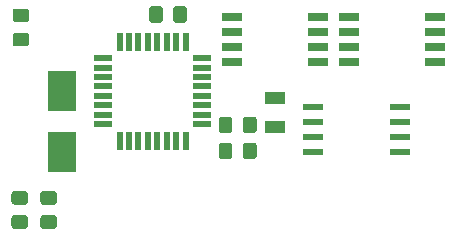
<source format=gbr>
G04 #@! TF.GenerationSoftware,KiCad,Pcbnew,(5.1.5)-3*
G04 #@! TF.CreationDate,2020-08-03T01:27:48-04:00*
G04 #@! TF.ProjectId,Arduino Clone,41726475-696e-46f2-9043-6c6f6e652e6b,rev?*
G04 #@! TF.SameCoordinates,Original*
G04 #@! TF.FileFunction,Paste,Top*
G04 #@! TF.FilePolarity,Positive*
%FSLAX46Y46*%
G04 Gerber Fmt 4.6, Leading zero omitted, Abs format (unit mm)*
G04 Created by KiCad (PCBNEW (5.1.5)-3) date 2020-08-03 01:27:48*
%MOMM*%
%LPD*%
G04 APERTURE LIST*
%ADD10C,0.100000*%
%ADD11R,1.750000X0.550000*%
%ADD12R,1.700000X0.650000*%
%ADD13R,0.550000X1.500000*%
%ADD14R,1.500000X0.550000*%
%ADD15R,1.800000X1.000000*%
%ADD16R,2.400000X3.500000*%
G04 APERTURE END LIST*
D10*
G36*
X143374505Y-125951204D02*
G01*
X143398773Y-125954804D01*
X143422572Y-125960765D01*
X143445671Y-125969030D01*
X143467850Y-125979520D01*
X143488893Y-125992132D01*
X143508599Y-126006747D01*
X143526777Y-126023223D01*
X143543253Y-126041401D01*
X143557868Y-126061107D01*
X143570480Y-126082150D01*
X143580970Y-126104329D01*
X143589235Y-126127428D01*
X143595196Y-126151227D01*
X143598796Y-126175495D01*
X143600000Y-126199999D01*
X143600000Y-126850001D01*
X143598796Y-126874505D01*
X143595196Y-126898773D01*
X143589235Y-126922572D01*
X143580970Y-126945671D01*
X143570480Y-126967850D01*
X143557868Y-126988893D01*
X143543253Y-127008599D01*
X143526777Y-127026777D01*
X143508599Y-127043253D01*
X143488893Y-127057868D01*
X143467850Y-127070480D01*
X143445671Y-127080970D01*
X143422572Y-127089235D01*
X143398773Y-127095196D01*
X143374505Y-127098796D01*
X143350001Y-127100000D01*
X142449999Y-127100000D01*
X142425495Y-127098796D01*
X142401227Y-127095196D01*
X142377428Y-127089235D01*
X142354329Y-127080970D01*
X142332150Y-127070480D01*
X142311107Y-127057868D01*
X142291401Y-127043253D01*
X142273223Y-127026777D01*
X142256747Y-127008599D01*
X142242132Y-126988893D01*
X142229520Y-126967850D01*
X142219030Y-126945671D01*
X142210765Y-126922572D01*
X142204804Y-126898773D01*
X142201204Y-126874505D01*
X142200000Y-126850001D01*
X142200000Y-126199999D01*
X142201204Y-126175495D01*
X142204804Y-126151227D01*
X142210765Y-126127428D01*
X142219030Y-126104329D01*
X142229520Y-126082150D01*
X142242132Y-126061107D01*
X142256747Y-126041401D01*
X142273223Y-126023223D01*
X142291401Y-126006747D01*
X142311107Y-125992132D01*
X142332150Y-125979520D01*
X142354329Y-125969030D01*
X142377428Y-125960765D01*
X142401227Y-125954804D01*
X142425495Y-125951204D01*
X142449999Y-125950000D01*
X143350001Y-125950000D01*
X143374505Y-125951204D01*
G37*
G36*
X143374505Y-123901204D02*
G01*
X143398773Y-123904804D01*
X143422572Y-123910765D01*
X143445671Y-123919030D01*
X143467850Y-123929520D01*
X143488893Y-123942132D01*
X143508599Y-123956747D01*
X143526777Y-123973223D01*
X143543253Y-123991401D01*
X143557868Y-124011107D01*
X143570480Y-124032150D01*
X143580970Y-124054329D01*
X143589235Y-124077428D01*
X143595196Y-124101227D01*
X143598796Y-124125495D01*
X143600000Y-124149999D01*
X143600000Y-124800001D01*
X143598796Y-124824505D01*
X143595196Y-124848773D01*
X143589235Y-124872572D01*
X143580970Y-124895671D01*
X143570480Y-124917850D01*
X143557868Y-124938893D01*
X143543253Y-124958599D01*
X143526777Y-124976777D01*
X143508599Y-124993253D01*
X143488893Y-125007868D01*
X143467850Y-125020480D01*
X143445671Y-125030970D01*
X143422572Y-125039235D01*
X143398773Y-125045196D01*
X143374505Y-125048796D01*
X143350001Y-125050000D01*
X142449999Y-125050000D01*
X142425495Y-125048796D01*
X142401227Y-125045196D01*
X142377428Y-125039235D01*
X142354329Y-125030970D01*
X142332150Y-125020480D01*
X142311107Y-125007868D01*
X142291401Y-124993253D01*
X142273223Y-124976777D01*
X142256747Y-124958599D01*
X142242132Y-124938893D01*
X142229520Y-124917850D01*
X142219030Y-124895671D01*
X142210765Y-124872572D01*
X142204804Y-124848773D01*
X142201204Y-124824505D01*
X142200000Y-124800001D01*
X142200000Y-124149999D01*
X142201204Y-124125495D01*
X142204804Y-124101227D01*
X142210765Y-124077428D01*
X142219030Y-124054329D01*
X142229520Y-124032150D01*
X142242132Y-124011107D01*
X142256747Y-123991401D01*
X142273223Y-123973223D01*
X142291401Y-123956747D01*
X142311107Y-123942132D01*
X142332150Y-123929520D01*
X142354329Y-123919030D01*
X142377428Y-123910765D01*
X142401227Y-123904804D01*
X142425495Y-123901204D01*
X142449999Y-123900000D01*
X143350001Y-123900000D01*
X143374505Y-123901204D01*
G37*
G36*
X145824505Y-125951204D02*
G01*
X145848773Y-125954804D01*
X145872572Y-125960765D01*
X145895671Y-125969030D01*
X145917850Y-125979520D01*
X145938893Y-125992132D01*
X145958599Y-126006747D01*
X145976777Y-126023223D01*
X145993253Y-126041401D01*
X146007868Y-126061107D01*
X146020480Y-126082150D01*
X146030970Y-126104329D01*
X146039235Y-126127428D01*
X146045196Y-126151227D01*
X146048796Y-126175495D01*
X146050000Y-126199999D01*
X146050000Y-126850001D01*
X146048796Y-126874505D01*
X146045196Y-126898773D01*
X146039235Y-126922572D01*
X146030970Y-126945671D01*
X146020480Y-126967850D01*
X146007868Y-126988893D01*
X145993253Y-127008599D01*
X145976777Y-127026777D01*
X145958599Y-127043253D01*
X145938893Y-127057868D01*
X145917850Y-127070480D01*
X145895671Y-127080970D01*
X145872572Y-127089235D01*
X145848773Y-127095196D01*
X145824505Y-127098796D01*
X145800001Y-127100000D01*
X144899999Y-127100000D01*
X144875495Y-127098796D01*
X144851227Y-127095196D01*
X144827428Y-127089235D01*
X144804329Y-127080970D01*
X144782150Y-127070480D01*
X144761107Y-127057868D01*
X144741401Y-127043253D01*
X144723223Y-127026777D01*
X144706747Y-127008599D01*
X144692132Y-126988893D01*
X144679520Y-126967850D01*
X144669030Y-126945671D01*
X144660765Y-126922572D01*
X144654804Y-126898773D01*
X144651204Y-126874505D01*
X144650000Y-126850001D01*
X144650000Y-126199999D01*
X144651204Y-126175495D01*
X144654804Y-126151227D01*
X144660765Y-126127428D01*
X144669030Y-126104329D01*
X144679520Y-126082150D01*
X144692132Y-126061107D01*
X144706747Y-126041401D01*
X144723223Y-126023223D01*
X144741401Y-126006747D01*
X144761107Y-125992132D01*
X144782150Y-125979520D01*
X144804329Y-125969030D01*
X144827428Y-125960765D01*
X144851227Y-125954804D01*
X144875495Y-125951204D01*
X144899999Y-125950000D01*
X145800001Y-125950000D01*
X145824505Y-125951204D01*
G37*
G36*
X145824505Y-123901204D02*
G01*
X145848773Y-123904804D01*
X145872572Y-123910765D01*
X145895671Y-123919030D01*
X145917850Y-123929520D01*
X145938893Y-123942132D01*
X145958599Y-123956747D01*
X145976777Y-123973223D01*
X145993253Y-123991401D01*
X146007868Y-124011107D01*
X146020480Y-124032150D01*
X146030970Y-124054329D01*
X146039235Y-124077428D01*
X146045196Y-124101227D01*
X146048796Y-124125495D01*
X146050000Y-124149999D01*
X146050000Y-124800001D01*
X146048796Y-124824505D01*
X146045196Y-124848773D01*
X146039235Y-124872572D01*
X146030970Y-124895671D01*
X146020480Y-124917850D01*
X146007868Y-124938893D01*
X145993253Y-124958599D01*
X145976777Y-124976777D01*
X145958599Y-124993253D01*
X145938893Y-125007868D01*
X145917850Y-125020480D01*
X145895671Y-125030970D01*
X145872572Y-125039235D01*
X145848773Y-125045196D01*
X145824505Y-125048796D01*
X145800001Y-125050000D01*
X144899999Y-125050000D01*
X144875495Y-125048796D01*
X144851227Y-125045196D01*
X144827428Y-125039235D01*
X144804329Y-125030970D01*
X144782150Y-125020480D01*
X144761107Y-125007868D01*
X144741401Y-124993253D01*
X144723223Y-124976777D01*
X144706747Y-124958599D01*
X144692132Y-124938893D01*
X144679520Y-124917850D01*
X144669030Y-124895671D01*
X144660765Y-124872572D01*
X144654804Y-124848773D01*
X144651204Y-124824505D01*
X144650000Y-124800001D01*
X144650000Y-124149999D01*
X144651204Y-124125495D01*
X144654804Y-124101227D01*
X144660765Y-124077428D01*
X144669030Y-124054329D01*
X144679520Y-124032150D01*
X144692132Y-124011107D01*
X144706747Y-123991401D01*
X144723223Y-123973223D01*
X144741401Y-123956747D01*
X144761107Y-123942132D01*
X144782150Y-123929520D01*
X144804329Y-123919030D01*
X144827428Y-123910765D01*
X144851227Y-123904804D01*
X144875495Y-123901204D01*
X144899999Y-123900000D01*
X145800001Y-123900000D01*
X145824505Y-123901204D01*
G37*
G36*
X143474505Y-108451204D02*
G01*
X143498773Y-108454804D01*
X143522572Y-108460765D01*
X143545671Y-108469030D01*
X143567850Y-108479520D01*
X143588893Y-108492132D01*
X143608599Y-108506747D01*
X143626777Y-108523223D01*
X143643253Y-108541401D01*
X143657868Y-108561107D01*
X143670480Y-108582150D01*
X143680970Y-108604329D01*
X143689235Y-108627428D01*
X143695196Y-108651227D01*
X143698796Y-108675495D01*
X143700000Y-108699999D01*
X143700000Y-109350001D01*
X143698796Y-109374505D01*
X143695196Y-109398773D01*
X143689235Y-109422572D01*
X143680970Y-109445671D01*
X143670480Y-109467850D01*
X143657868Y-109488893D01*
X143643253Y-109508599D01*
X143626777Y-109526777D01*
X143608599Y-109543253D01*
X143588893Y-109557868D01*
X143567850Y-109570480D01*
X143545671Y-109580970D01*
X143522572Y-109589235D01*
X143498773Y-109595196D01*
X143474505Y-109598796D01*
X143450001Y-109600000D01*
X142549999Y-109600000D01*
X142525495Y-109598796D01*
X142501227Y-109595196D01*
X142477428Y-109589235D01*
X142454329Y-109580970D01*
X142432150Y-109570480D01*
X142411107Y-109557868D01*
X142391401Y-109543253D01*
X142373223Y-109526777D01*
X142356747Y-109508599D01*
X142342132Y-109488893D01*
X142329520Y-109467850D01*
X142319030Y-109445671D01*
X142310765Y-109422572D01*
X142304804Y-109398773D01*
X142301204Y-109374505D01*
X142300000Y-109350001D01*
X142300000Y-108699999D01*
X142301204Y-108675495D01*
X142304804Y-108651227D01*
X142310765Y-108627428D01*
X142319030Y-108604329D01*
X142329520Y-108582150D01*
X142342132Y-108561107D01*
X142356747Y-108541401D01*
X142373223Y-108523223D01*
X142391401Y-108506747D01*
X142411107Y-108492132D01*
X142432150Y-108479520D01*
X142454329Y-108469030D01*
X142477428Y-108460765D01*
X142501227Y-108454804D01*
X142525495Y-108451204D01*
X142549999Y-108450000D01*
X143450001Y-108450000D01*
X143474505Y-108451204D01*
G37*
G36*
X143474505Y-110501204D02*
G01*
X143498773Y-110504804D01*
X143522572Y-110510765D01*
X143545671Y-110519030D01*
X143567850Y-110529520D01*
X143588893Y-110542132D01*
X143608599Y-110556747D01*
X143626777Y-110573223D01*
X143643253Y-110591401D01*
X143657868Y-110611107D01*
X143670480Y-110632150D01*
X143680970Y-110654329D01*
X143689235Y-110677428D01*
X143695196Y-110701227D01*
X143698796Y-110725495D01*
X143700000Y-110749999D01*
X143700000Y-111400001D01*
X143698796Y-111424505D01*
X143695196Y-111448773D01*
X143689235Y-111472572D01*
X143680970Y-111495671D01*
X143670480Y-111517850D01*
X143657868Y-111538893D01*
X143643253Y-111558599D01*
X143626777Y-111576777D01*
X143608599Y-111593253D01*
X143588893Y-111607868D01*
X143567850Y-111620480D01*
X143545671Y-111630970D01*
X143522572Y-111639235D01*
X143498773Y-111645196D01*
X143474505Y-111648796D01*
X143450001Y-111650000D01*
X142549999Y-111650000D01*
X142525495Y-111648796D01*
X142501227Y-111645196D01*
X142477428Y-111639235D01*
X142454329Y-111630970D01*
X142432150Y-111620480D01*
X142411107Y-111607868D01*
X142391401Y-111593253D01*
X142373223Y-111576777D01*
X142356747Y-111558599D01*
X142342132Y-111538893D01*
X142329520Y-111517850D01*
X142319030Y-111495671D01*
X142310765Y-111472572D01*
X142304804Y-111448773D01*
X142301204Y-111424505D01*
X142300000Y-111400001D01*
X142300000Y-110749999D01*
X142301204Y-110725495D01*
X142304804Y-110701227D01*
X142310765Y-110677428D01*
X142319030Y-110654329D01*
X142329520Y-110632150D01*
X142342132Y-110611107D01*
X142356747Y-110591401D01*
X142373223Y-110573223D01*
X142391401Y-110556747D01*
X142411107Y-110542132D01*
X142432150Y-110529520D01*
X142454329Y-110519030D01*
X142477428Y-110510765D01*
X142501227Y-110504804D01*
X142525495Y-110501204D01*
X142549999Y-110500000D01*
X143450001Y-110500000D01*
X143474505Y-110501204D01*
G37*
G36*
X162724505Y-117601204D02*
G01*
X162748773Y-117604804D01*
X162772572Y-117610765D01*
X162795671Y-117619030D01*
X162817850Y-117629520D01*
X162838893Y-117642132D01*
X162858599Y-117656747D01*
X162876777Y-117673223D01*
X162893253Y-117691401D01*
X162907868Y-117711107D01*
X162920480Y-117732150D01*
X162930970Y-117754329D01*
X162939235Y-117777428D01*
X162945196Y-117801227D01*
X162948796Y-117825495D01*
X162950000Y-117849999D01*
X162950000Y-118750001D01*
X162948796Y-118774505D01*
X162945196Y-118798773D01*
X162939235Y-118822572D01*
X162930970Y-118845671D01*
X162920480Y-118867850D01*
X162907868Y-118888893D01*
X162893253Y-118908599D01*
X162876777Y-118926777D01*
X162858599Y-118943253D01*
X162838893Y-118957868D01*
X162817850Y-118970480D01*
X162795671Y-118980970D01*
X162772572Y-118989235D01*
X162748773Y-118995196D01*
X162724505Y-118998796D01*
X162700001Y-119000000D01*
X162049999Y-119000000D01*
X162025495Y-118998796D01*
X162001227Y-118995196D01*
X161977428Y-118989235D01*
X161954329Y-118980970D01*
X161932150Y-118970480D01*
X161911107Y-118957868D01*
X161891401Y-118943253D01*
X161873223Y-118926777D01*
X161856747Y-118908599D01*
X161842132Y-118888893D01*
X161829520Y-118867850D01*
X161819030Y-118845671D01*
X161810765Y-118822572D01*
X161804804Y-118798773D01*
X161801204Y-118774505D01*
X161800000Y-118750001D01*
X161800000Y-117849999D01*
X161801204Y-117825495D01*
X161804804Y-117801227D01*
X161810765Y-117777428D01*
X161819030Y-117754329D01*
X161829520Y-117732150D01*
X161842132Y-117711107D01*
X161856747Y-117691401D01*
X161873223Y-117673223D01*
X161891401Y-117656747D01*
X161911107Y-117642132D01*
X161932150Y-117629520D01*
X161954329Y-117619030D01*
X161977428Y-117610765D01*
X162001227Y-117604804D01*
X162025495Y-117601204D01*
X162049999Y-117600000D01*
X162700001Y-117600000D01*
X162724505Y-117601204D01*
G37*
G36*
X160674505Y-117601204D02*
G01*
X160698773Y-117604804D01*
X160722572Y-117610765D01*
X160745671Y-117619030D01*
X160767850Y-117629520D01*
X160788893Y-117642132D01*
X160808599Y-117656747D01*
X160826777Y-117673223D01*
X160843253Y-117691401D01*
X160857868Y-117711107D01*
X160870480Y-117732150D01*
X160880970Y-117754329D01*
X160889235Y-117777428D01*
X160895196Y-117801227D01*
X160898796Y-117825495D01*
X160900000Y-117849999D01*
X160900000Y-118750001D01*
X160898796Y-118774505D01*
X160895196Y-118798773D01*
X160889235Y-118822572D01*
X160880970Y-118845671D01*
X160870480Y-118867850D01*
X160857868Y-118888893D01*
X160843253Y-118908599D01*
X160826777Y-118926777D01*
X160808599Y-118943253D01*
X160788893Y-118957868D01*
X160767850Y-118970480D01*
X160745671Y-118980970D01*
X160722572Y-118989235D01*
X160698773Y-118995196D01*
X160674505Y-118998796D01*
X160650001Y-119000000D01*
X159999999Y-119000000D01*
X159975495Y-118998796D01*
X159951227Y-118995196D01*
X159927428Y-118989235D01*
X159904329Y-118980970D01*
X159882150Y-118970480D01*
X159861107Y-118957868D01*
X159841401Y-118943253D01*
X159823223Y-118926777D01*
X159806747Y-118908599D01*
X159792132Y-118888893D01*
X159779520Y-118867850D01*
X159769030Y-118845671D01*
X159760765Y-118822572D01*
X159754804Y-118798773D01*
X159751204Y-118774505D01*
X159750000Y-118750001D01*
X159750000Y-117849999D01*
X159751204Y-117825495D01*
X159754804Y-117801227D01*
X159760765Y-117777428D01*
X159769030Y-117754329D01*
X159779520Y-117732150D01*
X159792132Y-117711107D01*
X159806747Y-117691401D01*
X159823223Y-117673223D01*
X159841401Y-117656747D01*
X159861107Y-117642132D01*
X159882150Y-117629520D01*
X159904329Y-117619030D01*
X159927428Y-117610765D01*
X159951227Y-117604804D01*
X159975495Y-117601204D01*
X159999999Y-117600000D01*
X160650001Y-117600000D01*
X160674505Y-117601204D01*
G37*
G36*
X160674505Y-119801204D02*
G01*
X160698773Y-119804804D01*
X160722572Y-119810765D01*
X160745671Y-119819030D01*
X160767850Y-119829520D01*
X160788893Y-119842132D01*
X160808599Y-119856747D01*
X160826777Y-119873223D01*
X160843253Y-119891401D01*
X160857868Y-119911107D01*
X160870480Y-119932150D01*
X160880970Y-119954329D01*
X160889235Y-119977428D01*
X160895196Y-120001227D01*
X160898796Y-120025495D01*
X160900000Y-120049999D01*
X160900000Y-120950001D01*
X160898796Y-120974505D01*
X160895196Y-120998773D01*
X160889235Y-121022572D01*
X160880970Y-121045671D01*
X160870480Y-121067850D01*
X160857868Y-121088893D01*
X160843253Y-121108599D01*
X160826777Y-121126777D01*
X160808599Y-121143253D01*
X160788893Y-121157868D01*
X160767850Y-121170480D01*
X160745671Y-121180970D01*
X160722572Y-121189235D01*
X160698773Y-121195196D01*
X160674505Y-121198796D01*
X160650001Y-121200000D01*
X159999999Y-121200000D01*
X159975495Y-121198796D01*
X159951227Y-121195196D01*
X159927428Y-121189235D01*
X159904329Y-121180970D01*
X159882150Y-121170480D01*
X159861107Y-121157868D01*
X159841401Y-121143253D01*
X159823223Y-121126777D01*
X159806747Y-121108599D01*
X159792132Y-121088893D01*
X159779520Y-121067850D01*
X159769030Y-121045671D01*
X159760765Y-121022572D01*
X159754804Y-120998773D01*
X159751204Y-120974505D01*
X159750000Y-120950001D01*
X159750000Y-120049999D01*
X159751204Y-120025495D01*
X159754804Y-120001227D01*
X159760765Y-119977428D01*
X159769030Y-119954329D01*
X159779520Y-119932150D01*
X159792132Y-119911107D01*
X159806747Y-119891401D01*
X159823223Y-119873223D01*
X159841401Y-119856747D01*
X159861107Y-119842132D01*
X159882150Y-119829520D01*
X159904329Y-119819030D01*
X159927428Y-119810765D01*
X159951227Y-119804804D01*
X159975495Y-119801204D01*
X159999999Y-119800000D01*
X160650001Y-119800000D01*
X160674505Y-119801204D01*
G37*
G36*
X162724505Y-119801204D02*
G01*
X162748773Y-119804804D01*
X162772572Y-119810765D01*
X162795671Y-119819030D01*
X162817850Y-119829520D01*
X162838893Y-119842132D01*
X162858599Y-119856747D01*
X162876777Y-119873223D01*
X162893253Y-119891401D01*
X162907868Y-119911107D01*
X162920480Y-119932150D01*
X162930970Y-119954329D01*
X162939235Y-119977428D01*
X162945196Y-120001227D01*
X162948796Y-120025495D01*
X162950000Y-120049999D01*
X162950000Y-120950001D01*
X162948796Y-120974505D01*
X162945196Y-120998773D01*
X162939235Y-121022572D01*
X162930970Y-121045671D01*
X162920480Y-121067850D01*
X162907868Y-121088893D01*
X162893253Y-121108599D01*
X162876777Y-121126777D01*
X162858599Y-121143253D01*
X162838893Y-121157868D01*
X162817850Y-121170480D01*
X162795671Y-121180970D01*
X162772572Y-121189235D01*
X162748773Y-121195196D01*
X162724505Y-121198796D01*
X162700001Y-121200000D01*
X162049999Y-121200000D01*
X162025495Y-121198796D01*
X162001227Y-121195196D01*
X161977428Y-121189235D01*
X161954329Y-121180970D01*
X161932150Y-121170480D01*
X161911107Y-121157868D01*
X161891401Y-121143253D01*
X161873223Y-121126777D01*
X161856747Y-121108599D01*
X161842132Y-121088893D01*
X161829520Y-121067850D01*
X161819030Y-121045671D01*
X161810765Y-121022572D01*
X161804804Y-120998773D01*
X161801204Y-120974505D01*
X161800000Y-120950001D01*
X161800000Y-120049999D01*
X161801204Y-120025495D01*
X161804804Y-120001227D01*
X161810765Y-119977428D01*
X161819030Y-119954329D01*
X161829520Y-119932150D01*
X161842132Y-119911107D01*
X161856747Y-119891401D01*
X161873223Y-119873223D01*
X161891401Y-119856747D01*
X161911107Y-119842132D01*
X161932150Y-119829520D01*
X161954329Y-119819030D01*
X161977428Y-119810765D01*
X162001227Y-119804804D01*
X162025495Y-119801204D01*
X162049999Y-119800000D01*
X162700001Y-119800000D01*
X162724505Y-119801204D01*
G37*
G36*
X154774505Y-108251204D02*
G01*
X154798773Y-108254804D01*
X154822572Y-108260765D01*
X154845671Y-108269030D01*
X154867850Y-108279520D01*
X154888893Y-108292132D01*
X154908599Y-108306747D01*
X154926777Y-108323223D01*
X154943253Y-108341401D01*
X154957868Y-108361107D01*
X154970480Y-108382150D01*
X154980970Y-108404329D01*
X154989235Y-108427428D01*
X154995196Y-108451227D01*
X154998796Y-108475495D01*
X155000000Y-108499999D01*
X155000000Y-109400001D01*
X154998796Y-109424505D01*
X154995196Y-109448773D01*
X154989235Y-109472572D01*
X154980970Y-109495671D01*
X154970480Y-109517850D01*
X154957868Y-109538893D01*
X154943253Y-109558599D01*
X154926777Y-109576777D01*
X154908599Y-109593253D01*
X154888893Y-109607868D01*
X154867850Y-109620480D01*
X154845671Y-109630970D01*
X154822572Y-109639235D01*
X154798773Y-109645196D01*
X154774505Y-109648796D01*
X154750001Y-109650000D01*
X154099999Y-109650000D01*
X154075495Y-109648796D01*
X154051227Y-109645196D01*
X154027428Y-109639235D01*
X154004329Y-109630970D01*
X153982150Y-109620480D01*
X153961107Y-109607868D01*
X153941401Y-109593253D01*
X153923223Y-109576777D01*
X153906747Y-109558599D01*
X153892132Y-109538893D01*
X153879520Y-109517850D01*
X153869030Y-109495671D01*
X153860765Y-109472572D01*
X153854804Y-109448773D01*
X153851204Y-109424505D01*
X153850000Y-109400001D01*
X153850000Y-108499999D01*
X153851204Y-108475495D01*
X153854804Y-108451227D01*
X153860765Y-108427428D01*
X153869030Y-108404329D01*
X153879520Y-108382150D01*
X153892132Y-108361107D01*
X153906747Y-108341401D01*
X153923223Y-108323223D01*
X153941401Y-108306747D01*
X153961107Y-108292132D01*
X153982150Y-108279520D01*
X154004329Y-108269030D01*
X154027428Y-108260765D01*
X154051227Y-108254804D01*
X154075495Y-108251204D01*
X154099999Y-108250000D01*
X154750001Y-108250000D01*
X154774505Y-108251204D01*
G37*
G36*
X156824505Y-108251204D02*
G01*
X156848773Y-108254804D01*
X156872572Y-108260765D01*
X156895671Y-108269030D01*
X156917850Y-108279520D01*
X156938893Y-108292132D01*
X156958599Y-108306747D01*
X156976777Y-108323223D01*
X156993253Y-108341401D01*
X157007868Y-108361107D01*
X157020480Y-108382150D01*
X157030970Y-108404329D01*
X157039235Y-108427428D01*
X157045196Y-108451227D01*
X157048796Y-108475495D01*
X157050000Y-108499999D01*
X157050000Y-109400001D01*
X157048796Y-109424505D01*
X157045196Y-109448773D01*
X157039235Y-109472572D01*
X157030970Y-109495671D01*
X157020480Y-109517850D01*
X157007868Y-109538893D01*
X156993253Y-109558599D01*
X156976777Y-109576777D01*
X156958599Y-109593253D01*
X156938893Y-109607868D01*
X156917850Y-109620480D01*
X156895671Y-109630970D01*
X156872572Y-109639235D01*
X156848773Y-109645196D01*
X156824505Y-109648796D01*
X156800001Y-109650000D01*
X156149999Y-109650000D01*
X156125495Y-109648796D01*
X156101227Y-109645196D01*
X156077428Y-109639235D01*
X156054329Y-109630970D01*
X156032150Y-109620480D01*
X156011107Y-109607868D01*
X155991401Y-109593253D01*
X155973223Y-109576777D01*
X155956747Y-109558599D01*
X155942132Y-109538893D01*
X155929520Y-109517850D01*
X155919030Y-109495671D01*
X155910765Y-109472572D01*
X155904804Y-109448773D01*
X155901204Y-109424505D01*
X155900000Y-109400001D01*
X155900000Y-108499999D01*
X155901204Y-108475495D01*
X155904804Y-108451227D01*
X155910765Y-108427428D01*
X155919030Y-108404329D01*
X155929520Y-108382150D01*
X155942132Y-108361107D01*
X155956747Y-108341401D01*
X155973223Y-108323223D01*
X155991401Y-108306747D01*
X156011107Y-108292132D01*
X156032150Y-108279520D01*
X156054329Y-108269030D01*
X156077428Y-108260765D01*
X156101227Y-108254804D01*
X156125495Y-108251204D01*
X156149999Y-108250000D01*
X156800001Y-108250000D01*
X156824505Y-108251204D01*
G37*
D11*
X167700000Y-116745000D03*
X167700000Y-118015000D03*
X167700000Y-119285000D03*
X167700000Y-120555000D03*
X175100000Y-120555000D03*
X175100000Y-119285000D03*
X175100000Y-118015000D03*
X175100000Y-116745000D03*
D12*
X160850000Y-109195000D03*
X160850000Y-110465000D03*
X160850000Y-111735000D03*
X160850000Y-113005000D03*
X168150000Y-113005000D03*
X168150000Y-111735000D03*
X168150000Y-110465000D03*
X168150000Y-109195000D03*
X178050000Y-109195000D03*
X178050000Y-110465000D03*
X178050000Y-111735000D03*
X178050000Y-113005000D03*
X170750000Y-113005000D03*
X170750000Y-111735000D03*
X170750000Y-110465000D03*
X170750000Y-109195000D03*
D13*
X151350000Y-119650000D03*
D14*
X149950000Y-112650000D03*
X149950000Y-113450000D03*
X149950000Y-114250000D03*
X149950000Y-115050000D03*
X149950000Y-115850000D03*
X149950000Y-116650000D03*
X149950000Y-117450000D03*
X149950000Y-118250000D03*
D13*
X152150000Y-119650000D03*
X152950000Y-119650000D03*
X153750000Y-119650000D03*
X154550000Y-119650000D03*
X155350000Y-119650000D03*
X156150000Y-119650000D03*
X156950000Y-119650000D03*
D14*
X158350000Y-118250000D03*
X158350000Y-117450000D03*
X158350000Y-116650000D03*
X158350000Y-115850000D03*
X158350000Y-115050000D03*
X158350000Y-114250000D03*
X158350000Y-113450000D03*
X158350000Y-112650000D03*
D13*
X156950000Y-111250000D03*
X156150000Y-111250000D03*
X155350000Y-111250000D03*
X154550000Y-111250000D03*
X153750000Y-111250000D03*
X152950000Y-111250000D03*
X152150000Y-111250000D03*
X151350000Y-111250000D03*
D15*
X164550000Y-118500000D03*
X164550000Y-116000000D03*
D16*
X146450000Y-120600000D03*
X146450000Y-115400000D03*
M02*

</source>
